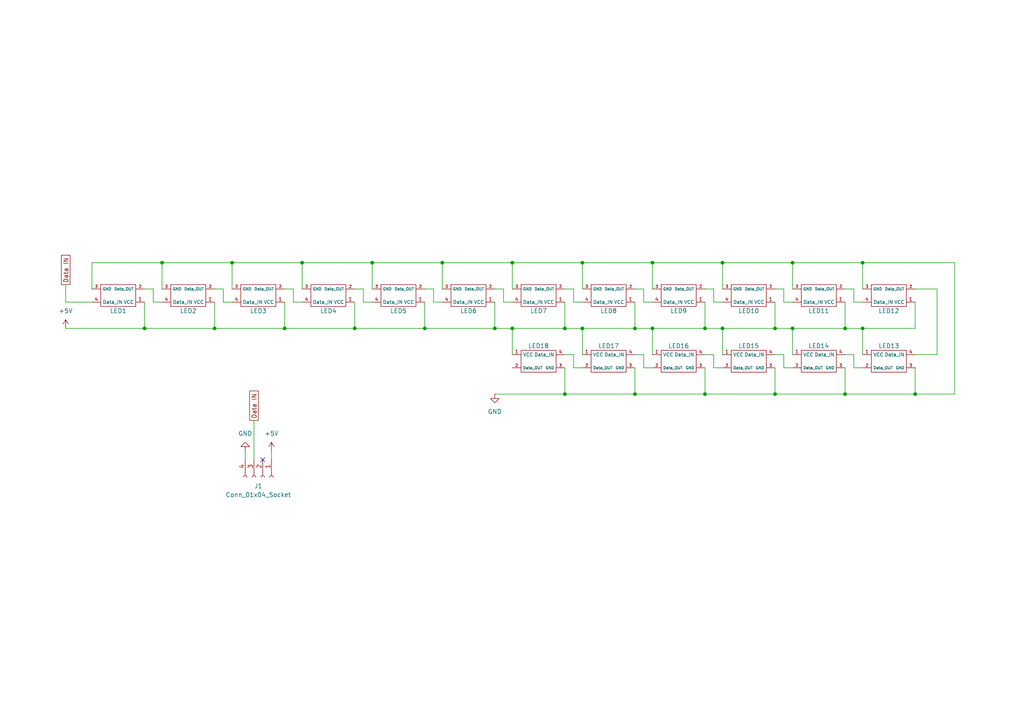
<source format=kicad_sch>
(kicad_sch (version 20231120) (generator "eeschema") (generator_version "8.0")
  (paper "A4")
  (lib_symbols
    (symbol "Connector:Conn_01x04_Socket" (pin_names (offset 1.016) hide)
      (property "Reference" "J" (at 0 5.08 0))
      (property "Value" "Conn_01x04_Socket" (at 0 -7.62 0))
      (symbol "Conn_01x04_Socket_1_1"
        (arc (start 0 -4.572) (mid -0.5058 -5.08) (end 0 -5.588) (stroke (width 0.1524)))
        (arc (start 0 -2.032) (mid -0.5058 -2.54) (end 0 -3.048) (stroke (width 0.1524)))
        (polyline (pts (xy -1.27 -5.08) (xy -0.508 -5.08)) (stroke (width 0.1524)))
        (polyline (pts (xy -1.27 -2.54) (xy -0.508 -2.54)) (stroke (width 0.1524)))
        (polyline (pts (xy -1.27 0) (xy -0.508 0)) (stroke (width 0.1524)))
        (polyline (pts (xy -1.27 2.54) (xy -0.508 2.54)) (stroke (width 0.1524)))
        (arc (start 0 0.508) (mid -0.5058 0) (end 0 -0.508) (stroke (width 0.1524)))
        (arc (start 0 3.048) (mid -0.5058 2.54) (end 0 2.032) (stroke (width 0.1524)))
        (pin passive line (at -5.08 2.54 0) (length 3.81) (name "Pin_1") (number "1"))
        (pin passive line (at -5.08 0 0) (length 3.81) (name "Pin_2") (number "2"))
        (pin passive line (at -5.08 -2.54 0) (length 3.81) (name "Pin_3") (number "3"))
        (pin passive line (at -5.08 -5.08 0) (length 3.81) (name "Pin_4") (number "4"))
      )
    )
    (symbol "Custom:LED_SK6812RGBW_5050Metric_Pad1.5x1.5mm_HandSolder"
      (property "Reference" "LED" (at 0 2.54 0))
      (property "Value" "LED_SK6812RGBW_5050Metric_Pad1.5x1.5mm_HandSolder" (at 0 0 0))
      (symbol "LED_SK6812RGBW_5050Metric_Pad1.5x1.5mm_HandSolder_0_1"
        (rectangle (start -5.08 11.43) (end 5.08 5.08))
      )
      (symbol "LED_SK6812RGBW_5050Metric_Pad1.5x1.5mm_HandSolder_1_1"
        (pin input line (at -7.62 10.16 0) (length 2.54) (name "VCC") (number "1"))
        (pin output line (at -7.62 6.35 0) (length 2.54) (name "Data_OUT") (number "2"))
        (pin bidirectional line (at 7.62 6.35 180) (length 2.54) (name "GND") (number "3"))
        (pin input line (at 7.62 10.16 180) (length 2.54) (name "Data_IN") (number "4"))
      )
    )
    (symbol "LED_SK6812RGBW_5050Metric_Pad1.5x1.5mm_HandSolder_1"
      (property "Reference" "LED" (at 0 2.54 0))
      (property "Value" "LED_SK6812RGBW_5050Metric_Pad1.5x1.5mm_HandSolder_1" (at 0 0 0))
      (symbol "LED_SK6812RGBW_5050Metric_Pad1.5x1.5mm_HandSolder_1_0_1"
        (rectangle (start -5.08 11.43) (end 5.08 5.08))
      )
      (symbol "LED_SK6812RGBW_5050Metric_Pad1.5x1.5mm_HandSolder_1_1_1"
        (pin input line (at -7.62 10.16 0) (length 2.54) (name "VCC") (number "1"))
        (pin output line (at -7.62 6.35 0) (length 2.54) (name "Data_OUT") (number "2"))
        (pin bidirectional line (at 7.62 6.35 180) (length 2.54) (name "GND") (number "3"))
        (pin input line (at 7.62 10.16 180) (length 2.54) (name "Data_IN") (number "4"))
      )
    )
    (symbol "LED_SK6812RGBW_5050Metric_Pad1.5x1.5mm_HandSolder_10"
      (property "Reference" "LED" (at 0 2.54 0))
      (property "Value" "LED_SK6812RGBW_5050Metric_Pad1.5x1.5mm_HandSolder_10" (at 0 0 0))
      (symbol "LED_SK6812RGBW_5050Metric_Pad1.5x1.5mm_HandSolder_10_0_1"
        (rectangle (start -5.08 11.43) (end 5.08 5.08))
      )
      (symbol "LED_SK6812RGBW_5050Metric_Pad1.5x1.5mm_HandSolder_10_1_1"
        (pin input line (at -7.62 10.16 0) (length 2.54) (name "VCC") (number "1"))
        (pin output line (at -7.62 6.35 0) (length 2.54) (name "Data_OUT") (number "2"))
        (pin bidirectional line (at 7.62 6.35 180) (length 2.54) (name "GND") (number "3"))
        (pin input line (at 7.62 10.16 180) (length 2.54) (name "Data_IN") (number "4"))
      )
    )
    (symbol "LED_SK6812RGBW_5050Metric_Pad1.5x1.5mm_HandSolder_12"
      (property "Reference" "LED" (at 0 2.54 0))
      (property "Value" "LED_SK6812RGBW_5050Metric_Pad1.5x1.5mm_HandSolder_12" (at 0 0 0))
      (symbol "LED_SK6812RGBW_5050Metric_Pad1.5x1.5mm_HandSolder_12_0_1"
        (rectangle (start -5.08 11.43) (end 5.08 5.08))
      )
      (symbol "LED_SK6812RGBW_5050Metric_Pad1.5x1.5mm_HandSolder_12_1_1"
        (pin input line (at -7.62 10.16 0) (length 2.54) (name "VCC") (number "1"))
        (pin output line (at -7.62 6.35 0) (length 2.54) (name "Data_OUT") (number "2"))
        (pin bidirectional line (at 7.62 6.35 180) (length 2.54) (name "GND") (number "3"))
        (pin input line (at 7.62 10.16 180) (length 2.54) (name "Data_IN") (number "4"))
      )
    )
    (symbol "LED_SK6812RGBW_5050Metric_Pad1.5x1.5mm_HandSolder_13"
      (property "Reference" "LED" (at 0 2.54 0))
      (property "Value" "LED_SK6812RGBW_5050Metric_Pad1.5x1.5mm_HandSolder_13" (at 0 0 0))
      (symbol "LED_SK6812RGBW_5050Metric_Pad1.5x1.5mm_HandSolder_13_0_1"
        (rectangle (start -5.08 11.43) (end 5.08 5.08))
      )
      (symbol "LED_SK6812RGBW_5050Metric_Pad1.5x1.5mm_HandSolder_13_1_1"
        (pin input line (at -7.62 10.16 0) (length 2.54) (name "VCC") (number "1"))
        (pin output line (at -7.62 6.35 0) (length 2.54) (name "Data_OUT") (number "2"))
        (pin bidirectional line (at 7.62 6.35 180) (length 2.54) (name "GND") (number "3"))
        (pin input line (at 7.62 10.16 180) (length 2.54) (name "Data_IN") (number "4"))
      )
    )
    (symbol "LED_SK6812RGBW_5050Metric_Pad1.5x1.5mm_HandSolder_14"
      (property "Reference" "LED" (at 0 2.54 0))
      (property "Value" "LED_SK6812RGBW_5050Metric_Pad1.5x1.5mm_HandSolder_14" (at 0 0 0))
      (symbol "LED_SK6812RGBW_5050Metric_Pad1.5x1.5mm_HandSolder_14_0_1"
        (rectangle (start -5.08 11.43) (end 5.08 5.08))
      )
      (symbol "LED_SK6812RGBW_5050Metric_Pad1.5x1.5mm_HandSolder_14_1_1"
        (pin input line (at -7.62 10.16 0) (length 2.54) (name "VCC") (number "1"))
        (pin output line (at -7.62 6.35 0) (length 2.54) (name "Data_OUT") (number "2"))
        (pin bidirectional line (at 7.62 6.35 180) (length 2.54) (name "GND") (number "3"))
        (pin input line (at 7.62 10.16 180) (length 2.54) (name "Data_IN") (number "4"))
      )
    )
    (symbol "LED_SK6812RGBW_5050Metric_Pad1.5x1.5mm_HandSolder_15"
      (property "Reference" "LED" (at 0 2.54 0))
      (property "Value" "LED_SK6812RGBW_5050Metric_Pad1.5x1.5mm_HandSolder_15" (at 0 0 0))
      (symbol "LED_SK6812RGBW_5050Metric_Pad1.5x1.5mm_HandSolder_15_0_1"
        (rectangle (start -5.08 11.43) (end 5.08 5.08))
      )
      (symbol "LED_SK6812RGBW_5050Metric_Pad1.5x1.5mm_HandSolder_15_1_1"
        (pin input line (at -7.62 10.16 0) (length 2.54) (name "VCC") (number "1"))
        (pin output line (at -7.62 6.35 0) (length 2.54) (name "Data_OUT") (number "2"))
        (pin bidirectional line (at 7.62 6.35 180) (length 2.54) (name "GND") (number "3"))
        (pin input line (at 7.62 10.16 180) (length 2.54) (name "Data_IN") (number "4"))
      )
    )
    (symbol "LED_SK6812RGBW_5050Metric_Pad1.5x1.5mm_HandSolder_16"
      (property "Reference" "LED" (at 0 2.54 0))
      (property "Value" "LED_SK6812RGBW_5050Metric_Pad1.5x1.5mm_HandSolder_16" (at 0 0 0))
      (symbol "LED_SK6812RGBW_5050Metric_Pad1.5x1.5mm_HandSolder_16_0_1"
        (rectangle (start -5.08 11.43) (end 5.08 5.08))
      )
      (symbol "LED_SK6812RGBW_5050Metric_Pad1.5x1.5mm_HandSolder_16_1_1"
        (pin input line (at -7.62 10.16 0) (length 2.54) (name "VCC") (number "1"))
        (pin output line (at -7.62 6.35 0) (length 2.54) (name "Data_OUT") (number "2"))
        (pin bidirectional line (at 7.62 6.35 180) (length 2.54) (name "GND") (number "3"))
        (pin input line (at 7.62 10.16 180) (length 2.54) (name "Data_IN") (number "4"))
      )
    )
    (symbol "LED_SK6812RGBW_5050Metric_Pad1.5x1.5mm_HandSolder_17"
      (property "Reference" "LED" (at 0 2.54 0))
      (property "Value" "LED_SK6812RGBW_5050Metric_Pad1.5x1.5mm_HandSolder_17" (at 0 0 0))
      (symbol "LED_SK6812RGBW_5050Metric_Pad1.5x1.5mm_HandSolder_17_0_1"
        (rectangle (start -5.08 11.43) (end 5.08 5.08))
      )
      (symbol "LED_SK6812RGBW_5050Metric_Pad1.5x1.5mm_HandSolder_17_1_1"
        (pin input line (at -7.62 10.16 0) (length 2.54) (name "VCC") (number "1"))
        (pin output line (at -7.62 6.35 0) (length 2.54) (name "Data_OUT") (number "2"))
        (pin bidirectional line (at 7.62 6.35 180) (length 2.54) (name "GND") (number "3"))
        (pin input line (at 7.62 10.16 180) (length 2.54) (name "Data_IN") (number "4"))
      )
    )
    (symbol "LED_SK6812RGBW_5050Metric_Pad1.5x1.5mm_HandSolder_18"
      (property "Reference" "LED" (at 0 2.54 0))
      (property "Value" "LED_SK6812RGBW_5050Metric_Pad1.5x1.5mm_HandSolder_18" (at 0 0 0))
      (symbol "LED_SK6812RGBW_5050Metric_Pad1.5x1.5mm_HandSolder_18_0_1"
        (rectangle (start -5.08 11.43) (end 5.08 5.08))
      )
      (symbol "LED_SK6812RGBW_5050Metric_Pad1.5x1.5mm_HandSolder_18_1_1"
        (pin input line (at -7.62 10.16 0) (length 2.54) (name "VCC") (number "1"))
        (pin output line (at -7.62 6.35 0) (length 2.54) (name "Data_OUT") (number "2"))
        (pin bidirectional line (at 7.62 6.35 180) (length 2.54) (name "GND") (number "3"))
        (pin input line (at 7.62 10.16 180) (length 2.54) (name "Data_IN") (number "4"))
      )
    )
    (symbol "LED_SK6812RGBW_5050Metric_Pad1.5x1.5mm_HandSolder_19"
      (property "Reference" "LED" (at 0 2.54 0))
      (property "Value" "LED_SK6812RGBW_5050Metric_Pad1.5x1.5mm_HandSolder_19" (at 0 0 0))
      (symbol "LED_SK6812RGBW_5050Metric_Pad1.5x1.5mm_HandSolder_19_0_1"
        (rectangle (start -5.08 11.43) (end 5.08 5.08))
      )
      (symbol "LED_SK6812RGBW_5050Metric_Pad1.5x1.5mm_HandSolder_19_1_1"
        (pin input line (at -7.62 10.16 0) (length 2.54) (name "VCC") (number "1"))
        (pin output line (at -7.62 6.35 0) (length 2.54) (name "Data_OUT") (number "2"))
        (pin bidirectional line (at 7.62 6.35 180) (length 2.54) (name "GND") (number "3"))
        (pin input line (at 7.62 10.16 180) (length 2.54) (name "Data_IN") (number "4"))
      )
    )
    (symbol "LED_SK6812RGBW_5050Metric_Pad1.5x1.5mm_HandSolder_20"
      (property "Reference" "LED" (at 0 2.54 0))
      (property "Value" "LED_SK6812RGBW_5050Metric_Pad1.5x1.5mm_HandSolder_20" (at 0 0 0))
      (symbol "LED_SK6812RGBW_5050Metric_Pad1.5x1.5mm_HandSolder_20_0_1"
        (rectangle (start -5.08 11.43) (end 5.08 5.08))
      )
      (symbol "LED_SK6812RGBW_5050Metric_Pad1.5x1.5mm_HandSolder_20_1_1"
        (pin input line (at -7.62 10.16 0) (length 2.54) (name "VCC") (number "1"))
        (pin output line (at -7.62 6.35 0) (length 2.54) (name "Data_OUT") (number "2"))
        (pin bidirectional line (at 7.62 6.35 180) (length 2.54) (name "GND") (number "3"))
        (pin input line (at 7.62 10.16 180) (length 2.54) (name "Data_IN") (number "4"))
      )
    )
    (symbol "LED_SK6812RGBW_5050Metric_Pad1.5x1.5mm_HandSolder_21"
      (property "Reference" "LED" (at 0 2.54 0))
      (property "Value" "LED_SK6812RGBW_5050Metric_Pad1.5x1.5mm_HandSolder_21" (at 0 0 0))
      (symbol "LED_SK6812RGBW_5050Metric_Pad1.5x1.5mm_HandSolder_21_0_1"
        (rectangle (start -5.08 11.43) (end 5.08 5.08))
      )
      (symbol "LED_SK6812RGBW_5050Metric_Pad1.5x1.5mm_HandSolder_21_1_1"
        (pin input line (at -7.62 10.16 0) (length 2.54) (name "VCC") (number "1"))
        (pin output line (at -7.62 6.35 0) (length 2.54) (name "Data_OUT") (number "2"))
        (pin bidirectional line (at 7.62 6.35 180) (length 2.54) (name "GND") (number "3"))
        (pin input line (at 7.62 10.16 180) (length 2.54) (name "Data_IN") (number "4"))
      )
    )
    (symbol "LED_SK6812RGBW_5050Metric_Pad1.5x1.5mm_HandSolder_22"
      (property "Reference" "LED" (at 0 2.54 0))
      (property "Value" "LED_SK6812RGBW_5050Metric_Pad1.5x1.5mm_HandSolder_22" (at 0 0 0))
      (symbol "LED_SK6812RGBW_5050Metric_Pad1.5x1.5mm_HandSolder_22_0_1"
        (rectangle (start -5.08 11.43) (end 5.08 5.08))
      )
      (symbol "LED_SK6812RGBW_5050Metric_Pad1.5x1.5mm_HandSolder_22_1_1"
        (pin input line (at -7.62 10.16 0) (length 2.54) (name "VCC") (number "1"))
        (pin output line (at -7.62 6.35 0) (length 2.54) (name "Data_OUT") (number "2"))
        (pin bidirectional line (at 7.62 6.35 180) (length 2.54) (name "GND") (number "3"))
        (pin input line (at 7.62 10.16 180) (length 2.54) (name "Data_IN") (number "4"))
      )
    )
    (symbol "LED_SK6812RGBW_5050Metric_Pad1.5x1.5mm_HandSolder_23"
      (property "Reference" "LED" (at 0 2.54 0))
      (property "Value" "LED_SK6812RGBW_5050Metric_Pad1.5x1.5mm_HandSolder_23" (at 0 0 0))
      (symbol "LED_SK6812RGBW_5050Metric_Pad1.5x1.5mm_HandSolder_23_0_1"
        (rectangle (start -5.08 11.43) (end 5.08 5.08))
      )
      (symbol "LED_SK6812RGBW_5050Metric_Pad1.5x1.5mm_HandSolder_23_1_1"
        (pin input line (at -7.62 10.16 0) (length 2.54) (name "VCC") (number "1"))
        (pin output line (at -7.62 6.35 0) (length 2.54) (name "Data_OUT") (number "2"))
        (pin bidirectional line (at 7.62 6.35 180) (length 2.54) (name "GND") (number "3"))
        (pin input line (at 7.62 10.16 180) (length 2.54) (name "Data_IN") (number "4"))
      )
    )
    (symbol "LED_SK6812RGBW_5050Metric_Pad1.5x1.5mm_HandSolder_3"
      (property "Reference" "LED" (at 0 2.54 0))
      (property "Value" "LED_SK6812RGBW_5050Metric_Pad1.5x1.5mm_HandSolder_3" (at 0 0 0))
      (symbol "LED_SK6812RGBW_5050Metric_Pad1.5x1.5mm_HandSolder_3_0_1"
        (rectangle (start -5.08 11.43) (end 5.08 5.08))
      )
      (symbol "LED_SK6812RGBW_5050Metric_Pad1.5x1.5mm_HandSolder_3_1_1"
        (pin input line (at -7.62 10.16 0) (length 2.54) (name "VCC") (number "1"))
        (pin output line (at -7.62 6.35 0) (length 2.54) (name "Data_OUT") (number "2"))
        (pin bidirectional line (at 7.62 6.35 180) (length 2.54) (name "GND") (number "3"))
        (pin input line (at 7.62 10.16 180) (length 2.54) (name "Data_IN") (number "4"))
      )
    )
    (symbol "LED_SK6812RGBW_5050Metric_Pad1.5x1.5mm_HandSolder_7"
      (property "Reference" "LED" (at 0 2.54 0))
      (property "Value" "LED_SK6812RGBW_5050Metric_Pad1.5x1.5mm_HandSolder_7" (at 0 0 0))
      (symbol "LED_SK6812RGBW_5050Metric_Pad1.5x1.5mm_HandSolder_7_0_1"
        (rectangle (start -5.08 11.43) (end 5.08 5.08))
      )
      (symbol "LED_SK6812RGBW_5050Metric_Pad1.5x1.5mm_HandSolder_7_1_1"
        (pin input line (at -7.62 10.16 0) (length 2.54) (name "VCC") (number "1"))
        (pin output line (at -7.62 6.35 0) (length 2.54) (name "Data_OUT") (number "2"))
        (pin bidirectional line (at 7.62 6.35 180) (length 2.54) (name "GND") (number "3"))
        (pin input line (at 7.62 10.16 180) (length 2.54) (name "Data_IN") (number "4"))
      )
    )
    (symbol "power:+5V" (power) (pin_names (offset 0))
      (property "Value" "+5V" (at 0 3.556 0))
      (symbol "+5V_0_1"
        (polyline (pts (xy -0.762 1.27) (xy 0 2.54)))
        (polyline (pts (xy 0 0) (xy 0 2.54)))
        (polyline (pts (xy 0 2.54) (xy 0.762 1.27)))
      )
      (symbol "+5V_1_1"
        (pin power_in line (at 0 0 90) (length 0) hide (name "+5V") (number "1"))
      )
    )
    (symbol "power:GND" (power) (pin_names (offset 0))
      (property "Value" "GND" (at 0 -3.81 0))
      (symbol "GND_0_1"
        (polyline (pts (xy 0 0) (xy 0 -1.27) (xy 1.27 -1.27) (xy 0 -2.54) (xy -1.27 -1.27) (xy 0 -1.27)))
      )
      (symbol "GND_1_1"
        (pin power_in line (at 0 0 270) (length 0) hide (name "GND") (number "1"))
      )
    )
  )
  (junction (at 224.79 114.3))
  (junction (at 250.19 95.25))
  (junction (at 265.43 114.3))
  (junction (at 123.19 95.25))
  (junction (at 163.83 95.25))
  (junction (at 62.23 95.25))
  (junction (at 189.23 95.25))
  (junction (at 148.59 76.2))
  (junction (at 184.15 114.3))
  (junction (at 168.91 76.2))
  (junction (at 250.19 76.2))
  (junction (at 148.59 95.25))
  (junction (at 204.47 95.25))
  (junction (at 204.47 114.3))
  (junction (at 143.51 95.25))
  (junction (at 245.11 95.25))
  (junction (at 184.15 95.25))
  (junction (at 229.87 95.25))
  (junction (at 87.63 76.2))
  (junction (at 46.99 76.2))
  (junction (at 229.87 76.2))
  (junction (at 128.27 76.2))
  (junction (at 107.95 76.2))
  (junction (at 41.91 95.25))
  (junction (at 245.11 114.3))
  (junction (at 209.55 76.2))
  (junction (at 82.55 95.25))
  (junction (at 224.79 95.25))
  (junction (at 163.83 114.3))
  (junction (at 189.23 76.2))
  (junction (at 168.91 95.25))
  (junction (at 102.87 95.25))
  (junction (at 67.31 76.2))
  (junction (at 209.55 95.25))
  (no_connect (at 76.2 133.35))
  (wire (pts (xy 19.05 87.63) (xy 26.67 87.63)))
  (wire (pts (xy 250.19 95.25) (xy 265.43 95.25)))
  (wire (pts (xy 265.43 114.3) (xy 276.86 114.3)))
  (wire (pts (xy 82.55 87.63) (xy 82.55 95.25)))
  (wire (pts (xy 64.77 87.63) (xy 67.31 87.63)))
  (wire (pts (xy 82.55 95.25) (xy 102.87 95.25)))
  (wire (pts (xy 166.37 83.82) (xy 166.37 87.63)))
  (wire (pts (xy 62.23 83.82) (xy 64.77 83.82)))
  (wire (pts (xy 168.91 76.2) (xy 189.23 76.2)))
  (wire (pts (xy 163.83 106.68) (xy 163.83 114.3)))
  (wire (pts (xy 209.55 76.2) (xy 209.55 83.82)))
  (wire (pts (xy 207.01 87.63) (xy 209.55 87.63)))
  (wire (pts (xy 168.91 95.25) (xy 168.91 102.87)))
  (wire (pts (xy 148.59 76.2) (xy 168.91 76.2)))
  (wire (pts (xy 207.01 83.82) (xy 207.01 87.63)))
  (wire (pts (xy 163.83 102.87) (xy 166.37 102.87)))
  (wire (pts (xy 107.95 76.2) (xy 128.27 76.2)))
  (wire (pts (xy 67.31 76.2) (xy 67.31 83.82)))
  (wire (pts (xy 265.43 83.82) (xy 271.78 83.82)))
  (wire (pts (xy 207.01 106.68) (xy 207.01 102.87)))
  (wire (pts (xy 125.73 83.82) (xy 125.73 87.63)))
  (wire (pts (xy 107.95 76.2) (xy 107.95 83.82)))
  (wire (pts (xy 247.65 83.82) (xy 247.65 87.63)))
  (wire (pts (xy 186.69 83.82) (xy 186.69 87.63)))
  (wire (pts (xy 87.63 76.2) (xy 87.63 83.82)))
  (wire (pts (xy 41.91 87.63) (xy 41.91 95.25)))
  (wire (pts (xy 265.43 114.3) (xy 245.11 114.3)))
  (wire (pts (xy 128.27 76.2) (xy 128.27 83.82)))
  (wire (pts (xy 102.87 95.25) (xy 123.19 95.25)))
  (wire (pts (xy 184.15 114.3) (xy 163.83 114.3)))
  (wire (pts (xy 186.69 106.68) (xy 186.69 102.87)))
  (wire (pts (xy 250.19 76.2) (xy 276.86 76.2)))
  (wire (pts (xy 271.78 83.82) (xy 271.78 102.87)))
  (wire (pts (xy 204.47 95.25) (xy 189.23 95.25)))
  (wire (pts (xy 71.12 133.35) (xy 71.12 130.81)))
  (wire (pts (xy 148.59 76.2) (xy 148.59 83.82)))
  (wire (pts (xy 148.59 95.25) (xy 143.51 95.25)))
  (wire (pts (xy 276.86 76.2) (xy 276.86 114.3)))
  (wire (pts (xy 224.79 95.25) (xy 209.55 95.25)))
  (wire (pts (xy 189.23 95.25) (xy 189.23 102.87)))
  (wire (pts (xy 227.33 106.68) (xy 227.33 102.87)))
  (wire (pts (xy 163.83 95.25) (xy 148.59 95.25)))
  (wire (pts (xy 204.47 106.68) (xy 204.47 114.3)))
  (wire (pts (xy 224.79 87.63) (xy 224.79 95.25)))
  (wire (pts (xy 250.19 76.2) (xy 250.19 83.82)))
  (wire (pts (xy 163.83 87.63) (xy 163.83 95.25)))
  (wire (pts (xy 19.05 82.55) (xy 19.05 87.63)))
  (wire (pts (xy 168.91 76.2) (xy 168.91 83.82)))
  (wire (pts (xy 189.23 95.25) (xy 184.15 95.25)))
  (wire (pts (xy 209.55 106.68) (xy 207.01 106.68)))
  (wire (pts (xy 209.55 95.25) (xy 209.55 102.87)))
  (wire (pts (xy 184.15 83.82) (xy 186.69 83.82)))
  (wire (pts (xy 189.23 76.2) (xy 189.23 83.82)))
  (wire (pts (xy 148.59 95.25) (xy 148.59 102.87)))
  (wire (pts (xy 265.43 106.68) (xy 265.43 114.3)))
  (wire (pts (xy 204.47 87.63) (xy 204.47 95.25)))
  (wire (pts (xy 265.43 102.87) (xy 271.78 102.87)))
  (wire (pts (xy 163.83 114.3) (xy 143.51 114.3)))
  (wire (pts (xy 189.23 76.2) (xy 209.55 76.2)))
  (wire (pts (xy 44.45 83.82) (xy 44.45 87.63)))
  (wire (pts (xy 227.33 87.63) (xy 229.87 87.63)))
  (wire (pts (xy 102.87 83.82) (xy 105.41 83.82)))
  (wire (pts (xy 204.47 114.3) (xy 184.15 114.3)))
  (wire (pts (xy 186.69 87.63) (xy 189.23 87.63)))
  (wire (pts (xy 209.55 76.2) (xy 229.87 76.2)))
  (wire (pts (xy 224.79 114.3) (xy 245.11 114.3)))
  (wire (pts (xy 67.31 76.2) (xy 87.63 76.2)))
  (wire (pts (xy 245.11 83.82) (xy 247.65 83.82)))
  (wire (pts (xy 41.91 83.82) (xy 44.45 83.82)))
  (wire (pts (xy 224.79 106.68) (xy 224.79 114.3)))
  (wire (pts (xy 166.37 106.68) (xy 166.37 102.87)))
  (wire (pts (xy 128.27 76.2) (xy 148.59 76.2)))
  (wire (pts (xy 229.87 95.25) (xy 245.11 95.25)))
  (wire (pts (xy 85.09 87.63) (xy 87.63 87.63)))
  (wire (pts (xy 227.33 83.82) (xy 227.33 87.63)))
  (wire (pts (xy 125.73 87.63) (xy 128.27 87.63)))
  (wire (pts (xy 143.51 83.82) (xy 146.05 83.82)))
  (wire (pts (xy 247.65 106.68) (xy 247.65 102.87)))
  (wire (pts (xy 245.11 95.25) (xy 250.19 95.25)))
  (wire (pts (xy 184.15 106.68) (xy 184.15 114.3)))
  (wire (pts (xy 204.47 114.3) (xy 224.79 114.3)))
  (wire (pts (xy 265.43 87.63) (xy 265.43 95.25)))
  (wire (pts (xy 62.23 87.63) (xy 62.23 95.25)))
  (wire (pts (xy 204.47 102.87) (xy 207.01 102.87)))
  (wire (pts (xy 224.79 102.87) (xy 227.33 102.87)))
  (wire (pts (xy 123.19 95.25) (xy 143.51 95.25)))
  (wire (pts (xy 102.87 87.63) (xy 102.87 95.25)))
  (wire (pts (xy 184.15 95.25) (xy 168.91 95.25)))
  (wire (pts (xy 146.05 83.82) (xy 146.05 87.63)))
  (wire (pts (xy 229.87 95.25) (xy 229.87 102.87)))
  (wire (pts (xy 245.11 87.63) (xy 245.11 95.25)))
  (wire (pts (xy 247.65 87.63) (xy 250.19 87.63)))
  (wire (pts (xy 250.19 106.68) (xy 247.65 106.68)))
  (wire (pts (xy 143.51 87.63) (xy 143.51 95.25)))
  (wire (pts (xy 46.99 76.2) (xy 67.31 76.2)))
  (wire (pts (xy 168.91 95.25) (xy 163.83 95.25)))
  (wire (pts (xy 245.11 106.68) (xy 245.11 114.3)))
  (wire (pts (xy 85.09 83.82) (xy 85.09 87.63)))
  (wire (pts (xy 87.63 76.2) (xy 107.95 76.2)))
  (wire (pts (xy 44.45 87.63) (xy 46.99 87.63)))
  (wire (pts (xy 229.87 76.2) (xy 229.87 83.82)))
  (wire (pts (xy 229.87 106.68) (xy 227.33 106.68)))
  (wire (pts (xy 209.55 95.25) (xy 204.47 95.25)))
  (wire (pts (xy 82.55 83.82) (xy 85.09 83.82)))
  (wire (pts (xy 19.05 95.25) (xy 41.91 95.25)))
  (wire (pts (xy 123.19 87.63) (xy 123.19 95.25)))
  (wire (pts (xy 46.99 76.2) (xy 46.99 83.82)))
  (wire (pts (xy 62.23 95.25) (xy 82.55 95.25)))
  (wire (pts (xy 163.83 83.82) (xy 166.37 83.82)))
  (wire (pts (xy 146.05 87.63) (xy 148.59 87.63)))
  (wire (pts (xy 184.15 102.87) (xy 186.69 102.87)))
  (wire (pts (xy 78.74 130.81) (xy 78.74 133.35)))
  (wire (pts (xy 73.66 121.92) (xy 73.66 133.35)))
  (wire (pts (xy 166.37 87.63) (xy 168.91 87.63)))
  (wire (pts (xy 64.77 83.82) (xy 64.77 87.63)))
  (wire (pts (xy 189.23 106.68) (xy 186.69 106.68)))
  (wire (pts (xy 41.91 95.25) (xy 62.23 95.25)))
  (wire (pts (xy 204.47 83.82) (xy 207.01 83.82)))
  (wire (pts (xy 245.11 102.87) (xy 247.65 102.87)))
  (wire (pts (xy 105.41 83.82) (xy 105.41 87.63)))
  (wire (pts (xy 229.87 95.25) (xy 224.79 95.25)))
  (wire (pts (xy 229.87 76.2) (xy 250.19 76.2)))
  (wire (pts (xy 250.19 102.87) (xy 250.19 95.25)))
  (wire (pts (xy 224.79 83.82) (xy 227.33 83.82)))
  (wire (pts (xy 123.19 83.82) (xy 125.73 83.82)))
  (wire (pts (xy 105.41 87.63) (xy 107.95 87.63)))
  (wire (pts (xy 168.91 106.68) (xy 166.37 106.68)))
  (wire (pts (xy 26.67 76.2) (xy 46.99 76.2)))
  (wire (pts (xy 184.15 87.63) (xy 184.15 95.25)))
  (wire (pts (xy 26.67 83.82) (xy 26.67 76.2)))
  (global_label "Data IN" (shape passive) (at 73.66 121.92 90) (property "Intersheetrefs" "${INTERSHEET_REFS}" (effects (hide yes))))
  (global_label "Data IN" (shape passive) (at 19.05 82.55 90) (property "Intersheetrefs" "${INTERSHEET_REFS}" (effects (hide yes))))
  (symbol (lib_id "Custom:LED_SK6812RGBW_5050Metric_Pad1.5x1.5mm_HandSolder") (at 196.85 113.03 0) (unit 1)
    (property "Reference" "LED16" (at 196.85 100.33 0))
    (property "Value" "LED_SK6812RGBW_5050Metric_Pad1.5x1.5mm_HandSolder" (effects (hide yes)))
    (property "Footprint" "Components:LED_SK6812RGBW_5050Metric_Pad1.5x1.5mm_HandSolder" (effects (hide yes)))
  )
  (symbol (lib_name "LED_SK6812RGBW_5050Metric_Pad1.5x1.5mm_HandSolder_17") (lib_id "Custom:LED_SK6812RGBW_5050Metric_Pad1.5x1.5mm_HandSolder") (at 237.49 113.03 0) (unit 1)
    (property "Reference" "LED14" (at 237.49 100.33 0))
    (property "Value" "LED_SK6812RGBW_5050Metric_Pad1.5x1.5mm_HandSolder" (effects (hide yes)))
    (property "Footprint" "Components:LED_SK6812RGBW_5050Metric_Pad1.5x1.5mm_HandSolder" (effects (hide yes)))
  )
  (symbol (lib_name "LED_SK6812RGBW_5050Metric_Pad1.5x1.5mm_HandSolder_22") (lib_id "Custom:LED_SK6812RGBW_5050Metric_Pad1.5x1.5mm_HandSolder") (at 257.81 113.03 0) (unit 1)
    (property "Reference" "LED13" (at 257.81 100.33 0))
    (property "Value" "LED_SK6812RGBW_5050Metric_Pad1.5x1.5mm_HandSolder" (effects (hide yes)))
    (property "Footprint" "Components:LED_SK6812RGBW_5050Metric_Pad1.5x1.5mm_HandSolder" (effects (hide yes)))
  )
  (symbol (lib_id "Custom:LED_SK6812RGBW_5050Metric_Pad1.5x1.5mm_HandSolder") (at 34.29 77.47 180) (unit 1)
    (property "Reference" "LED1" (at 34.29 90.17 0))
    (property "Value" "LED_SK6812RGBW_5050Metric_Pad1.5x1.5mm_HandSolder" (effects (hide yes)))
    (property "Footprint" "Components:LED_SK6812RGBW_5050Metric_Pad1.5x1.5mm_HandSolder" (effects (hide yes)))
  )
  (symbol (lib_name "LED_SK6812RGBW_5050Metric_Pad1.5x1.5mm_HandSolder_12") (lib_id "Custom:LED_SK6812RGBW_5050Metric_Pad1.5x1.5mm_HandSolder") (at 74.93 77.47 180) (unit 1)
    (property "Reference" "LED3" (at 74.93 90.17 0))
    (property "Value" "LED_SK6812RGBW_5050Metric_Pad1.5x1.5mm_HandSolder" (effects (hide yes)))
    (property "Footprint" "Components:LED_SK6812RGBW_5050Metric_Pad1.5x1.5mm_HandSolder" (effects (hide yes)))
  )
  (symbol (lib_id "power:+5V") (at 78.74 130.81 0) (unit 1)
    (property "Reference" "#PWR01" (effects (hide yes)))
    (property "Value" "+5V" (at 78.74 125.73 0))
  )
  (symbol (lib_id "power:GND") (at 71.12 130.81 180) (unit 1)
    (property "Reference" "#PWR02" (effects (hide yes)))
    (property "Value" "GND" (at 71.12 125.73 0))
  )
  (symbol (lib_name "LED_SK6812RGBW_5050Metric_Pad1.5x1.5mm_HandSolder_7") (lib_id "Custom:LED_SK6812RGBW_5050Metric_Pad1.5x1.5mm_HandSolder") (at 54.61 77.47 180) (unit 1)
    (property "Reference" "LED2" (at 54.61 90.17 0))
    (property "Value" "LED_SK6812RGBW_5050Metric_Pad1.5x1.5mm_HandSolder" (effects (hide yes)))
    (property "Footprint" "Components:LED_SK6812RGBW_5050Metric_Pad1.5x1.5mm_HandSolder" (effects (hide yes)))
  )
  (symbol (lib_name "LED_SK6812RGBW_5050Metric_Pad1.5x1.5mm_HandSolder_10") (lib_id "Custom:LED_SK6812RGBW_5050Metric_Pad1.5x1.5mm_HandSolder") (at 115.57 77.47 180) (unit 1)
    (property "Reference" "LED5" (at 115.57 90.17 0))
    (property "Value" "LED_SK6812RGBW_5050Metric_Pad1.5x1.5mm_HandSolder" (effects (hide yes)))
    (property "Footprint" "Components:LED_SK6812RGBW_5050Metric_Pad1.5x1.5mm_HandSolder" (effects (hide yes)))
  )
  (symbol (lib_name "LED_SK6812RGBW_5050Metric_Pad1.5x1.5mm_HandSolder_20") (lib_id "Custom:LED_SK6812RGBW_5050Metric_Pad1.5x1.5mm_HandSolder") (at 176.53 77.47 180) (unit 1)
    (property "Reference" "LED8" (at 176.53 90.17 0))
    (property "Value" "LED_SK6812RGBW_5050Metric_Pad1.5x1.5mm_HandSolder" (effects (hide yes)))
    (property "Footprint" "Components:LED_SK6812RGBW_5050Metric_Pad1.5x1.5mm_HandSolder" (effects (hide yes)))
  )
  (symbol (lib_name "LED_SK6812RGBW_5050Metric_Pad1.5x1.5mm_HandSolder_21") (lib_id "Custom:LED_SK6812RGBW_5050Metric_Pad1.5x1.5mm_HandSolder") (at 257.81 77.47 180) (unit 1)
    (property "Reference" "LED12" (at 257.81 90.17 0))
    (property "Value" "LED_SK6812RGBW_5050Metric_Pad1.5x1.5mm_HandSolder" (effects (hide yes)))
    (property "Footprint" "Components:LED_SK6812RGBW_5050Metric_Pad1.5x1.5mm_HandSolder" (effects (hide yes)))
  )
  (symbol (lib_name "LED_SK6812RGBW_5050Metric_Pad1.5x1.5mm_HandSolder_16") (lib_id "Custom:LED_SK6812RGBW_5050Metric_Pad1.5x1.5mm_HandSolder") (at 217.17 77.47 180) (unit 1)
    (property "Reference" "LED10" (at 217.17 90.17 0))
    (property "Value" "LED_SK6812RGBW_5050Metric_Pad1.5x1.5mm_HandSolder" (effects (hide yes)))
    (property "Footprint" "Components:LED_SK6812RGBW_5050Metric_Pad1.5x1.5mm_HandSolder" (effects (hide yes)))
  )
  (symbol (lib_id "power:+5V") (at 19.05 95.25 0) (unit 1)
    (property "Reference" "#PWR0101" (effects (hide yes)))
    (property "Value" "+5V" (at 19.05 90.17 0))
  )
  (symbol (lib_name "LED_SK6812RGBW_5050Metric_Pad1.5x1.5mm_HandSolder_14") (lib_id "Custom:LED_SK6812RGBW_5050Metric_Pad1.5x1.5mm_HandSolder") (at 156.21 77.47 180) (unit 1)
    (property "Reference" "LED7" (at 156.21 90.17 0))
    (property "Value" "LED_SK6812RGBW_5050Metric_Pad1.5x1.5mm_HandSolder" (effects (hide yes)))
    (property "Footprint" "Components:LED_SK6812RGBW_5050Metric_Pad1.5x1.5mm_HandSolder" (effects (hide yes)))
  )
  (symbol (lib_id "Connector:Conn_01x04_Socket") (at 76.2 138.43 270) (unit 1)
    (property "Reference" "J1" (at 74.93 140.97 90))
    (property "Value" "Conn_01x04_Socket" (at 74.93 143.51 90))
    (property "Footprint" "Connector_JST:JST_EH_S4B-EH_1x04_P2.50mm_Horizontal" (effects (hide yes)))
    (property "Description" "Generic connector, single row, 01x04, script generated" (effects (hide yes)))
  )
  (symbol (lib_name "LED_SK6812RGBW_5050Metric_Pad1.5x1.5mm_HandSolder_3") (lib_id "Custom:LED_SK6812RGBW_5050Metric_Pad1.5x1.5mm_HandSolder") (at 95.25 77.47 180) (unit 1)
    (property "Reference" "LED4" (at 95.25 90.17 0))
    (property "Value" "LED_SK6812RGBW_5050Metric_Pad1.5x1.5mm_HandSolder" (effects (hide yes)))
    (property "Footprint" "Components:LED_SK6812RGBW_5050Metric_Pad1.5x1.5mm_HandSolder" (effects (hide yes)))
  )
  (symbol (lib_name "LED_SK6812RGBW_5050Metric_Pad1.5x1.5mm_HandSolder_23") (lib_id "Custom:LED_SK6812RGBW_5050Metric_Pad1.5x1.5mm_HandSolder") (at 196.85 77.47 180) (unit 1)
    (property "Reference" "LED9" (at 196.85 90.17 0))
    (property "Value" "LED_SK6812RGBW_5050Metric_Pad1.5x1.5mm_HandSolder" (effects (hide yes)))
    (property "Footprint" "Components:LED_SK6812RGBW_5050Metric_Pad1.5x1.5mm_HandSolder" (effects (hide yes)))
  )
  (symbol (lib_id "power:GND") (at 143.51 114.3 0) (unit 1)
    (property "Reference" "#PWR0102" (effects (hide yes)))
    (property "Value" "GND" (at 143.51 119.38 0))
  )
  (symbol (lib_name "LED_SK6812RGBW_5050Metric_Pad1.5x1.5mm_HandSolder_19") (lib_id "Custom:LED_SK6812RGBW_5050Metric_Pad1.5x1.5mm_HandSolder") (at 176.53 113.03 0) (unit 1)
    (property "Reference" "LED17" (at 176.53 100.33 0))
    (property "Value" "LED_SK6812RGBW_5050Metric_Pad1.5x1.5mm_HandSolder" (effects (hide yes)))
    (property "Footprint" "Components:LED_SK6812RGBW_5050Metric_Pad1.5x1.5mm_HandSolder" (effects (hide yes)))
  )
  (symbol (lib_name "LED_SK6812RGBW_5050Metric_Pad1.5x1.5mm_HandSolder_15") (lib_id "Custom:LED_SK6812RGBW_5050Metric_Pad1.5x1.5mm_HandSolder") (at 156.21 113.03 0) (unit 1)
    (property "Reference" "LED18" (at 156.21 100.33 0))
    (property "Value" "LED_SK6812RGBW_5050Metric_Pad1.5x1.5mm_HandSolder" (effects (hide yes)))
    (property "Footprint" "Components:LED_SK6812RGBW_5050Metric_Pad1.5x1.5mm_HandSolder" (effects (hide yes)))
  )
  (symbol (lib_name "LED_SK6812RGBW_5050Metric_Pad1.5x1.5mm_HandSolder_18") (lib_id "Custom:LED_SK6812RGBW_5050Metric_Pad1.5x1.5mm_HandSolder") (at 237.49 77.47 180) (unit 1)
    (property "Reference" "LED11" (at 237.49 90.17 0))
    (property "Value" "LED_SK6812RGBW_5050Metric_Pad1.5x1.5mm_HandSolder" (effects (hide yes)))
    (property "Footprint" "Components:LED_SK6812RGBW_5050Metric_Pad1.5x1.5mm_HandSolder" (effects (hide yes)))
  )
  (symbol (lib_name "LED_SK6812RGBW_5050Metric_Pad1.5x1.5mm_HandSolder_13") (lib_id "Custom:LED_SK6812RGBW_5050Metric_Pad1.5x1.5mm_HandSolder") (at 135.89 77.47 180) (unit 1)
    (property "Reference" "LED6" (at 135.89 90.17 0))
    (property "Value" "LED_SK6812RGBW_5050Metric_Pad1.5x1.5mm_HandSolder" (effects (hide yes)))
    (property "Footprint" "Components:LED_SK6812RGBW_5050Metric_Pad1.5x1.5mm_HandSolder" (effects (hide yes)))
  )
  (symbol (lib_name "LED_SK6812RGBW_5050Metric_Pad1.5x1.5mm_HandSolder_1") (lib_id "Custom:LED_SK6812RGBW_5050Metric_Pad1.5x1.5mm_HandSolder") (at 217.17 113.03 0) (unit 1)
    (property "Reference" "LED15" (at 217.17 100.33 0))
    (property "Value" "LED_SK6812RGBW_5050Metric_Pad1.5x1.5mm_HandSolder" (effects (hide yes)))
    (property "Footprint" "Components:LED_SK6812RGBW_5050Metric_Pad1.5x1.5mm_HandSolder" (effects (hide yes)))
  )
)
</source>
